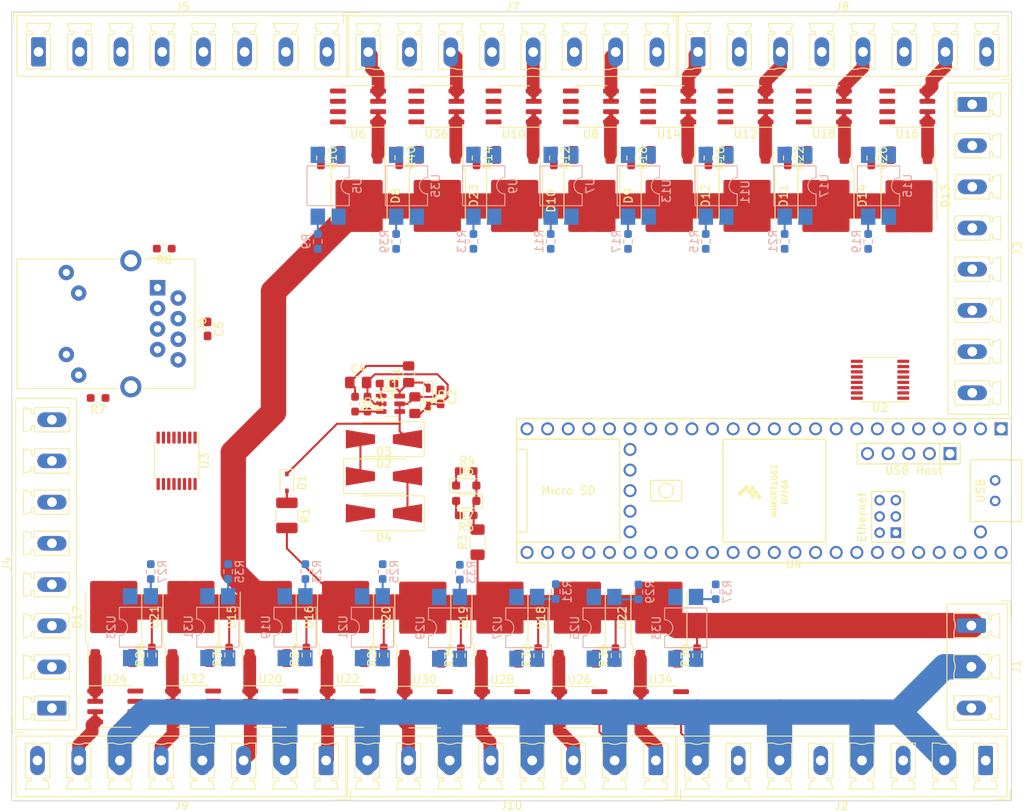
<source format=kicad_pcb>
(kicad_pcb (version 20221018) (generator pcbnew)
  (layers (0 "F.Cu" signal) (31 "B.Cu" signal) (34 "B.Paste" user) (35 "F.Paste" user) (36 "B.SilkS" user "B.Silkscreen") (37 "F.SilkS" user "F.Silkscreen") (38 "B.Mask" user) (39 "F.Mask" user) (44 "Edge.Cuts" user))
  (net 0 "")
  (net 1 "Net-(D1-K)")
  (net 2 "GND")
  (net 3 "Net-(D5-K)")
  (net 4 "Net-(U1-BOOST)")
  (net 5 "+5V")
  (net 6 "A17")
  (net 7 "+3V3")
  (net 8 "Net-(D3-A)")
  (net 9 "Net-(J6-RCT)")
  (net 10 "Net-(D1-A)")
  (net 11 "Net-(D8-A1)")
  (net 12 "LINE")
  (net 13 "DI0")
  (net 14 "Net-(D9-A1)")
  (net 15 "DIO1")
  (net 16 "Net-(D10-A1)")
  (net 17 "DIO2")
  (net 18 "Net-(D11-A1)")
  (net 19 "DIO3")
  (net 20 "Net-(D12-A1)")
  (net 21 "DIO4")
  (net 22 "Net-(D13-A1)")
  (net 23 "DIO5")
  (net 24 "Net-(D14-A1)")
  (net 25 "DIO6")
  (net 26 "Net-(D15-A1)")
  (net 27 "DIO7")
  (net 28 "Net-(D16-A1)")
  (net 29 "DIO8")
  (net 30 "Net-(D18-A1)")
  (net 31 "DIO15")
  (net 32 "Net-(D19-A1)")
  (net 33 "DIO14")
  (net 34 "Net-(D21-A1)")
  (net 35 "DIO10")
  (net 36 "Net-(D22-A1)")
  (net 37 "DIO12")
  (net 38 "Net-(D23-A1)")
  (net 39 "DIO11")
  (net 40 "DIO13")
  (net 41 "DIO9")
  (net 42 "Earth")
  (net 43 "OUT0")
  (net 44 "OUT1")
  (net 45 "OUT2")
  (net 46 "OUT3")
  (net 47 "OUT4")
  (net 48 "OUT5")
  (net 49 "OUT6")
  (net 50 "OUT7")
  (net 51 "OUT8")
  (net 52 "OUT9")
  (net 53 "OUT10")
  (net 54 "OUT11")
  (net 55 "OUT12")
  (net 56 "OUT13")
  (net 57 "OUT14")
  (net 58 "OUT15")
  (net 59 "Net-(J2-Pin_1)")
  (net 60 "Net-(J2-Pin_3)")
  (net 61 "Net-(J2-Pin_5)")
  (net 62 "Net-(J2-Pin_7)")
  (net 63 "Net-(D2-A)")
  (net 64 "Net-(D17-A1)")
  (net 65 "Net-(D17-G)")
  (net 66 "Net-(D20-A1)")
  (net 67 "Net-(D20-G)")
  (net 68 "Net-(J4-Pin_1)")
  (net 69 "Net-(J4-Pin_3)")
  (net 70 "Net-(J4-Pin_5)")
  (net 71 "Net-(J4-Pin_7)")
  (net 72 "Net-(J6-PadL1)")
  (net 73 "Net-(J6-PadL4)")
  (net 74 "Net-(J6-TD+)")
  (net 75 "Net-(J6-TD-)")
  (net 76 "A9")
  (net 77 "A8")
  (net 78 "A7")
  (net 79 "A6")
  (net 80 "A5")
  (net 81 "A4")
  (net 82 "A3")
  (net 83 "A2")
  (net 84 "A1")
  (net 85 "A0")
  (net 86 "SCK")
  (net 87 "CS")
  (net 88 "Net-(J6-RD+)")
  (net 89 "A15")
  (net 90 "A14")
  (net 91 "Net-(J6-RD-)")
  (net 93 "Net-(U1-FB)")
  (net 94 "Net-(U4-33_MCLK2)")
  (net 95 "MISO")
  (net 96 "A10")
  (net 97 "A13")
  (net 98 "A12")
  (net 99 "A11")
  (net 100 "Net-(U4-LED)")
  (net 101 "Net-(U2-Qh)")
  (net 122 "Net-(D8-G)")
  (net 123 "Net-(D9-G)")
  (net 124 "Net-(D10-G)")
  (net 125 "Net-(D11-G)")
  (net 126 "Net-(D12-G)")
  (net 127 "Net-(D13-G)")
  (net 128 "Net-(D14-G)")
  (net 129 "Net-(D15-G)")
  (net 130 "Net-(D16-G)")
  (net 131 "Net-(D18-G)")
  (net 132 "Net-(D19-G)")
  (net 133 "Net-(D21-G)")
  (net 134 "Net-(D22-G)")
  (net 135 "Net-(D23-G)")
  (net 136 "Net-(R9-Pad1)")
  (net 137 "Net-(R10-Pad1)")
  (net 138 "Net-(R11-Pad1)")
  (net 139 "Net-(R12-Pad1)")
  (net 140 "Net-(R13-Pad1)")
  (net 141 "Net-(R14-Pad1)")
  (net 142 "Net-(R15-Pad1)")
  (net 143 "Net-(R16-Pad1)")
  (net 144 "Net-(R17-Pad1)")
  (net 145 "Net-(R18-Pad1)")
  (net 146 "Net-(R19-Pad1)")
  (net 147 "Net-(R20-Pad1)")
  (net 148 "Net-(R21-Pad1)")
  (net 149 "Net-(R22-Pad1)")
  (net 150 "Net-(R23-Pad1)")
  (net 151 "Net-(R24-Pad1)")
  (net 152 "Net-(R25-Pad1)")
  (net 153 "Net-(R26-Pad1)")
  (net 154 "Net-(R27-Pad1)")
  (net 155 "Net-(R28-Pad1)")
  (net 156 "Net-(R29-Pad1)")
  (net 157 "Net-(R30-Pad1)")
  (net 158 "Net-(R31-Pad1)")
  (net 159 "Net-(R32-Pad1)")
  (net 160 "Net-(R33-Pad1)")
  (net 161 "Net-(R34-Pad1)")
  (net 162 "Net-(R35-Pad1)")
  (net 163 "Net-(R36-Pad1)")
  (net 164 "Net-(R37-Pad1)")
  (net 165 "Net-(R38-Pad1)")
  (net 166 "Net-(R39-Pad1)")
  (net 167 "Net-(R40-Pad1)")
  (net 182 "Net-(J3-Pin_1)")
  (net 183 "Net-(J3-Pin_3)")
  (net 184 "Net-(J3-Pin_5)")
  (net 185 "Net-(J3-Pin_7)")
  (net 186 "Net-(J5-Pin_1)")
  (net 187 "Net-(J5-Pin_3)")
  (net 188 "Net-(J5-Pin_5)")
  (net 189 "Net-(J5-Pin_7)")
  (footprint "Package_TO_SOT_SMD:TO-252-2" (layer "F.Cu") (at 128.765 123.6835 90)
    (fp_text reference "D16")
    (fp_text value "Q_TRIAC_A1A2G")
  )
  (footprint "Diode_SMD:D_SMA-SMB_Universal_Handsoldering" (layer "F.Cu") (at 133.498 110.871 180)
    (fp_text reference "D4")
    (fp_text value "13V")
  )
  (footprint "Package_TO_SOT_SMD:TO-252-2" (layer "F.Cu") (at 178.24 71.705 -90)
    (fp_text reference "D11")
    (fp_text value "Q_TRIAC_A1A2G")
  )
  (footprint "Resistor_SMD:R_0603_1608Metric_Pad0.98x0.95mm_HandSolder" (layer "F.Cu") (at 154.432 67.056 -90)
    (fp_text reference "R12")
    (fp_text value "180")
  )
  (footprint "Connector_Phoenix_MC_HighVoltage:PhoenixContact_MCV_1,5_8-G-5.08_1x08_P5.08mm_Vertical" (layer "F.Cu") (at 167.005 141.351 180)
    (fp_text reference "J10")
    (fp_text value "Conn_01x08")
  )
  (footprint "Resistor_SMD:R_0603_1608Metric_Pad0.98x0.95mm_HandSolder" (layer "F.Cu") (at 144.907 67.056 -90)
    (fp_text reference "R14")
    (fp_text value "180")
  )
  (footprint "Connector_Phoenix_MC_HighVoltage:PhoenixContact_MCV_1,5_8-G-5.08_1x08_P5.08mm_Vertical" (layer "F.Cu") (at 207.645 141.351 180)
    (fp_text reference "J2")
    (fp_text value "Conn_02x04_Odd_Even")
  )
  (footprint "Package_TO_SOT_SMD:TO-252-2" (layer "F.Cu") (at 198.207 71.749 -90)
    (fp_text reference "D13")
    (fp_text value "Q_TRIAC_A1A2G")
  )
  (footprint "Package_TO_SOT_SMD:TO-252-2" (layer "F.Cu") (at 138.283 123.7575 90)
    (fp_text reference "D20")
    (fp_text value "Q_TRIAC_A1A2G")
  )
  (footprint "Package_TO_SOT_SMD:TO-252-2" (layer "F.Cu") (at 159.125 71.715 -90)
    (fp_text reference "D9")
    (fp_text value "Q_TRIAC_A1A2G")
  )
  (footprint "Package_SO:SOIC-8_3.9x4.9mm_P1.27mm" (layer "F.Cu") (at 168.529 60.706 180)
    (fp_text reference "U14")
    (fp_text value "ACS711xLCTR-25AB")
  )
  (footprint "Resistor_SMD:R_0603_1608Metric_Pad0.98x0.95mm_HandSolder" (layer "F.Cu") (at 98.2745 96.647 180)
    (fp_text reference "R7")
    (fp_text value "470")
  )
  (footprint "Resistor_SMD:R_0603_1608Metric_Pad0.98x0.95mm_HandSolder" (layer "F.Cu") (at 123.945 128.3425 90)
    (fp_text reference "R24")
    (fp_text value "180")
  )
  (footprint "Package_SO:SOIC-8_3.9x4.9mm_P1.27mm" (layer "F.Cu") (at 139.954 60.706 180)
    (fp_text reference "U36")
    (fp_text value "ACS711xLCTR-25AB")
  )
  (footprint "Package_TO_SOT_SMD:TO-252-2" (layer "F.Cu") (at 119.24 123.6835 90)
    (fp_text reference "D15")
    (fp_text value "Q_TRIAC_A1A2G")
  )
  (footprint "Package_TO_SOT_SMD:TO-252-2" (layer "F.Cu") (at 157.333 123.7575 90)
    (fp_text reference "D18")
    (fp_text value "Q_TRIAC_A1A2G")
  )
  (footprint "Connector_Phoenix_MC_HighVoltage:PhoenixContact_MCV_1,5_3-G-5.08_1x03_P5.08mm_Vertical" (layer "F.Cu") (at 205.8845 124.714 -90)
    (fp_text reference "J1")
    (fp_text value "Conn_01x03")
  )
  (footprint "Package_SO:SOIC-8_3.9x4.9mm_P1.27mm" (layer "F.Cu") (at 119.5 134.6925)
    (fp_text reference "U20")
    (fp_text value "ACS711xLCTR-25AB")
  )
  (footprint "Package_SO:TSSOP-16_4.4x5mm_P0.65mm" (layer "F.Cu") (at 194.6325 94.402 180)
    (fp_text reference "U2")
    (fp_text value "74LV166A")
  )
  (footprint "Package_TO_SOT_SMD:TO-252-2" (layer "F.Cu") (at 187.966 71.715 -90)
    (fp_text reference "D14")
    (fp_text value "Q_TRIAC_A1A2G")
  )
  (footprint "Package_SO:SOIC-8_3.9x4.9mm_P1.27mm" (layer "F.Cu") (at 159.004 60.706 180)
    (fp_text reference "U8")
    (fp_text value "ACS711xLCTR-25AB")
  )
  (footprint "Connector_RJ:RJ45_Amphenol_RJMG1BD3B8K1ANR" (layer "F.Cu") (at 105.601 83.058 -90)
    (fp_text reference "J6")
    (fp_text value "RJ45_Amphenol_RJMG1BD3B8K1ANR")
  )
  (footprint "Resistor_SMD:R_0603_1608Metric_Pad0.98x0.95mm_HandSolder" (layer "F.Cu") (at 143.637 111.125 180)
    (fp_text reference "R5")
    (fp_text value "2k")
  )
  (footprint "Resistor_SMD:R_0603_1608Metric_Pad0.98x0.95mm_HandSolder" (layer "F.Cu") (at 143.637 105.664)
    (fp_text reference "R4")
    (fp_text value "2k")
  )
  (footprint "Package_SO:SOIC-8_3.9x4.9mm_P1.27mm" (layer "F.Cu") (at 138.531 134.7665)
    (fp_text reference "U30")
    (fp_text value "ACS711xLCTR-25AB")
  )
  (footprint "Connector_Phoenix_MC_HighVoltage:PhoenixContact_MCV_1,5_8-G-5.08_1x08_P5.08mm_Vertical" (layer "F.Cu") (at 205.994 60.452 -90)
    (fp_text reference "J3")
    (fp_text value "Conn_02x04_Odd_Even")
  )
  (footprint "Resistor_SMD:R_0603_1608Metric_Pad0.98x0.95mm_HandSolder" (layer "F.Cu") (at 135.382 67.0315 -90)
    (fp_text reference "R40")
    (fp_text value "180")
  )
  (footprint "Package_SO:SOIC-8_3.9x4.9mm_P1.27mm" (layer "F.Cu") (at 130.302 60.706 180)
    (fp_text reference "U6")
    (fp_text value "ACS711xLCTR-25AB")
  )
  (footprint "Resistor_SMD:R_0603_1608Metric_Pad0.98x0.95mm_HandSolder" (layer "F.Cu") (at 172.085 128.4165 90)
    (fp_text reference "R38")
    (fp_text value "180")
  )
  (footprint "Resistor_SMD:R_0603_1608Metric_Pad0.98x0.95mm_HandSolder" (layer "F.Cu") (at 131.466 97.409 -90)
    (fp_text reference "R2")
    (fp_text value "1k02")
  )
  (footprint "Capacitor_SMD:C_0603_1608Metric_Pad1.08x0.95mm_HandSolder" (layer "F.Cu") (at 111.76 88.138 -90)
    (fp_text reference "C5")
    (fp_text value "0u1")
  )
  (footprint "Diode_SMD:D_SC-80_HandSoldering" (layer "F.Cu") (at 138.959 96.52 -90)
    (fp_text reference "D5")
    (fp_text value "D_Schottky")
  )
  (footprint "Package_TO_SOT_SMD:TO-252-2" (layer "F.Cu") (at 109.715 123.6835 90)
    (fp_text reference "D21")
    (fp_text value "Q_TRIAC_A1A2G")
  )
  (footprint "Package_SO:SOIC-8_3.9x4.9mm_P1.27mm" (layer "F.Cu") (at 197.993 60.706 180)
    (fp_text reference "U16")
    (fp_text value "ACS711xLCTR-25AB")
  )
  (footprint "Package_SO:SOIC-8_3.9x4.9mm_P1.27mm" (layer "F.Cu") (at 129.025 134.6925)
    (fp_text reference "U22")
    (fp_text value "ACS711xLCTR-25AB")
  )
  (footprint "Capacitor_SMD:C_0805_2012Metric_Pad1.18x1.45mm_HandSolder" (layer "F.Cu") (at 130.323 94.742)
    (fp_text reference "C4")
    (fp_text value "47u6V")
  )
  (footprint "Resistor_SMD:R_0603_1608Metric_Pad0.98x0.95mm_HandSolder" (layer "F.Cu") (at 183.261 67.056 -90)
    (fp_text reference "R22")
    (fp_text value "180")
  )
  (footprint "Diode_SMD:D_SOD-323" (layer "F.Cu") (at 121.539 107.061 -90)
    (fp_text reference "D1")
    (fp_text value "RF01VM2S")
  )
  (footprint "Resistor_SMD:R_0603_1608Metric_Pad0.98x0.95mm_HandSolder" (layer "F.Cu") (at 162.026 128.4165 90)
    (fp_text reference "R30")
    (fp_text value "180")
  )
  (footprint "Package_TO_SOT_SMD:TO-252-2" (layer "F.Cu") (at 167.38 123.7575 90)
    (fp_text reference "D22")
    (fp_text value "Q_TRIAC_A1A2G")
  )
  (footprint "Connector_Phoenix_MC_HighVoltage:PhoenixContact_MCV_1,5_8-G-5.08_1x08_P5.08mm_Vertical" (layer "F.Cu") (at 172.212 53.975)
    (fp_text reference "J8")
    (fp_text value "Conn_01x08")
  )
  (footprint "Resistor_SMD:R_1206_3216Metric_Pad1.30x1.75mm_HandSolder" (layer "F.Cu") (at 145.034 114.427 90)
    (fp_text reference "R3")
    (fp_text value "120k")
  )
  (footprint "Resistor_SMD:R_0603_1608Metric_Pad0.98x0.95mm_HandSolder" (layer "F.Cu") (at 106.426 78.232 180)
    (fp_text reference "R8")
    (fp_text value "470")
  )
  (footprint "Diode_SMD:D_SOD-323_HandSoldering" (layer "F.Cu") (at 143.637 109.347 180)
    (fp_text reference "D7")
    (fp_text value "3V3")
  )
  (footprint "Package_TO_SOT_SMD:TO-252-2" (layer "F.Cu") (at 149.6 71.715 -90)
    (fp_text reference "D10")
    (fp_text value "Q_TRIAC_A1A2G")
  )
  (footprint "Diode_SMD:D_SOD-323_HandSoldering" (layer "F.Cu") (at 143.637 107.442)
    (fp_text reference "D6")
    (fp_text value "3V3")
  )
  (footprint "Package_SO:SOIC-8_3.9x4.9mm_P1.27mm" (layer "F.Cu") (at 149.479 60.706 180)
    (fp_text reference "U10")
    (fp_text value "ACS711xLCTR-25AB")
  )
  (footprint "Connector_Phoenix_MC_HighVoltage:PhoenixContact_MCV_1,5_8-G-5.08_1x08_P5.08mm_Vertical" (layer "F.Cu") (at 92.583 134.8935 90)
    (fp_text reference "J4")
    (fp_text value "Conn_02x04_Odd_Even")
  )
  (footprint "Resistor_SMD:R_0603_1608Metric_Pad0.98x0.95mm_HandSolder" (layer "F.Cu") (at 104.895 128.3425 90)
    (fp_text reference "R28")
    (fp_text value "180")
  )
  (footprint "Resistor_SMD:R_0603_1608Metric_Pad0.98x0.95mm_HandSolder" (layer "F.Cu") (at 114.42 128.3425 90)
    (fp_text reference "R36")
    (fp_text value "180")
  )
  (footprint "Package_TO_SOT_SMD:TO-252-2" (layer "F.Cu") (at 140.075 71.705 -90)
    (fp_text reference "D23")
    (fp_text value "Q_TRIAC_A1A2G")
  )
  (footprint "Resistor_SMD:R_0603_1608Metric_Pad0.98x0.95mm_HandSolder" (layer "F.Cu") (at 152.501 128.4165 90)
    (fp_text reference "R32")
    (fp_text value "180")
  )
  (footprint "Connector_Phoenix_MC_HighVoltage:PhoenixContact_MCV_1,5_8-G-5.08_1x08_P5.08mm_Vertical" (layer "F.Cu") (at 90.932 53.975)
    (fp_text reference "J5")
    (fp_text value "Conn_02x04_Odd_Even")
  )
  (footprint "Package_TO_SOT_SMD:TO-252-2" (layer "F.Cu") (at 130.435 71.715 -90)
    (fp_text reference "D8")
    (fp_text value "Q_TRIAC_A1A2G")
  )
  (footprint "Package_SO:SOIC-8_3.9x4.9mm_P1.27mm" (layer "F.Cu") (at 187.706 60.706 180)
    (fp_text reference "U18")
    (fp_text value "ACS711xLCTR-25AB")
  )
  (footprint "Resistor_SMD:R_1210_3225Metric_Pad1.30x2.65mm_HandSolder" (layer "F.Cu") (at 121.539 111.125 -90)
    (fp_text reference "R1")
    (fp_text value "560_0.5W")
  )
  (footprint "Inductor_SMD:L_0805_2012Metric_Pad1.15x1.40mm_HandSolder" (layer "F.Cu") (at 137.308 97.536 -90)
    (fp_text reference "C1")
    (fp_text value "10u50V")
  )
  (footprint "Package_SO:SOIC-8_3.9x4.9mm_P1.27mm" (layer "F.Cu") (at 167.64 134.7665)
    (fp_text reference "U34")
    (fp_text value "ACS711xLCTR-25AB")
  )
  (footprint "Package_TO_SOT_SMD:TO-252-2" (layer "F.Cu") (at 147.796 123.7575 90)
    (fp_text reference "D19")
    (fp_text value "Q_TRIAC_A1A2G")
  )
  (footprint "Resistor_SMD:R_0603_1608Metric_Pad0.98x0.95mm_HandSolder" (layer "F.Cu") (at 133.47 128.3425 90)
    (fp_text reference "R26")
    (fp_text value "180")
  )
  (footprint "Inductor_SMD:L_0805_2012Metric_Pad1.15x1.40mm_HandSolder" (layer "F.Cu") (at 136.546 93.726 90)
    (fp_text reference "L1")
    (fp_text value "15u0.2A")
  )
  (footprint "Package_SO:SOIC-8_3.9x4.9mm_P1.27mm" (layer "F.Cu") (at 109.975 134.6925)
    (fp_text reference "U32")
    (fp_text value "ACS711xLCTR-25AB")
  )
  (footprint "Package_SO:SOIC-8_3.9x4.9mm_P1.27mm" (layer "F.Cu") (at 148.056 134.7665)
    (fp_text reference "U28")
    (fp_text value "ACS711xLCTR-25AB")
  )
  (footprint "Capacitor_SMD:C_0603_1608Metric_Pad1.08x0.95mm_HandSolder" (layer "F.Cu") (at 133.879 94.869 180)
    (fp_text reference "C3")
    (fp_text value "0u15")
  )
  (footprint "Diode_SMD:D_SMA-SMB_Universal_Handsoldering" (layer "F.Cu") (at 133.498 106.299)
    (fp_text reference "D3")
    (fp_text value "13V")
  )
  (footprint "Diode_SMD:D_SMA-SMB_Universal_Handsoldering" (layer "F.Cu") (at 133.498 101.727 180)
    (fp_text reference "D2")
    (fp_text value "13V")
  )
  (footprint "Package_SO:TSSOP-16_4.4x5mm_P0.65mm" (layer "F.Cu") (at 107.95 104.394 -90)
    (fp_text reference "U3")
    (fp_text value "74LV166A")
  )
  (footprint "Package_TO_SOT_SMD:TO-252-2" (layer "F.Cu") (at 168.65 71.715 -90)
    (fp_text reference "D12")
    (fp_text value "Q_TRIAC_A1A2G")
  )
  (footprint "teensy:Teensy41" (layer "F.Cu") (at 180.34 108.077 180)
    (fp_text reference "U4")
    (fp_text value "Teensy4.1")
  )
  (footprint "Connector_Phoenix_MC_HighVoltage:PhoenixContact_MCV_1,5_8-G-5.08_1x08_P5.08mm_Vertical" (layer "F.Cu") (at 126.365 141.351 180)
    (fp_text reference "J9")
    (fp_text value "Conn_01x08")
  )
  (footprint "Resistor_SMD:R_0603_1608Metric_Pad0.98x0.95mm_HandSolder" (layer "F.Cu") (at 163.957 67.056 -90)
    (fp_text reference "R18")
    (fp_text value "180")
  )
  (footprint "Package_TO_SOT_SMD:TSOT-23-6" (layer "F.Cu") (at 134.297 97.368)
    (fp_text reference "U1")
    (fp_text value "LM2841Y")
  )
  (footprint "Connector_Phoenix_MC_HighVoltage:PhoenixContact_MCV_1,5_8-G-5.08_1x08_P5.08mm_Vertical" (layer "F.Cu") (at 131.572 53.9945)
    (fp_text reference "J7")
    (fp_text value "Conn_01x08")
  )
  (footprint "Resistor_SMD:R_0603_1608Metric_Pad0.98x0.95mm_HandSolder" (layer "F.Cu") (at 129.942 97.409 -90)
    (fp_text reference "R6")
    (fp_text value "5k62")
  )
  (footprint "Package_TO_SOT_SMD:TO-252-2" (layer "F.Cu") (at 100.202 123.6835 90)
    (fp_text reference "D17")
    (fp_text value "Q_TRIAC_A1A2G")
  )
  (footprint "Resistor_SMD:R_0603_1608Metric_Pad0.98x0.95mm_HandSolder" (layer "F.Cu") (at 142.976 128.4165 90)
    (fp_text reference "R34")
    (fp_text value "180")
  )
  (footprint "Package_SO:SOIC-8_3.9x4.9mm_P1.27mm" (layer "F.Cu") (at 157.581 134.7665)
    (fp_text reference "U26")
    (fp_text value "ACS711xLCTR-25AB")
  )
  (footprint "Resistor_SMD:R_0603_1608Metric_Pad0.98x0.95mm_HandSolder" (layer "F.Cu") (at 173.482 67.055 -90)
    (fp_text reference "R16")
    (fp_text value "180")
  )
  (footprint "Resistor_SMD:R_0603_1608Metric_Pad0.98x0.95mm_HandSolder" (layer "F.Cu") (at 193.548 67.056 -90)
    (fp_text reference "R20")
    (fp_text value "180")
  )
  (footprint "Capacitor_SMD:C_0603_1608Metric_Pad1.08x0.95mm_HandSolder" (layer "F.Cu") (at 140.483 96.52 -90)
    (fp_text reference "C2")
    (fp_text value "2u2")
  )
  (footprint "Package_SO:SOIC-8_3.9x4.9mm_P1.27mm" (layer "F.Cu") (at 100.388 134.6925)
    (fp_text reference "U24")
    (fp_text value "ACS711xLCTR-25AB")
  )
  (footprint "Resistor_SMD:R_0603_1608Metric_Pad0.98x0.95mm_HandSolder" (layer "F.Cu") (at 125.73 67.056 -90)
    (fp_text reference "R10")
    (fp_text value "180")
  )
  (footprint "Package_SO:SOIC-8_3.9x4.9mm_P1.27mm" (layer "F.Cu") (at 178.054 60.706 180)
    (fp_text reference "U12")
    (fp_text value "ACS711xLCTR-25AB")
  )
  (footprint "Resistor_SMD:R_0603_1608Metric_Pad0.98x0.95mm_HandSolder" (layer "B.Cu") (at 123.818 118.0555 90)
    (fp_text reference "R23")
    (fp_text value "180")
  )
  (footprint "Package_DIP:SMDIP-4_W7.62mm" (layer "B.Cu") (at 145.796 70.485 90)
    (fp_text reference "U9")
    (fp_text value "FODM3052")
  )
  (footprint "Package_DIP:SMDIP-4_W7.62mm" (layer "B.Cu") (at 170.688 124.9875 -90)
    (fp_text reference "U33")
    (fp_text value "FODM3052")
  )
  (footprint "Package_DIP:SMDIP-4_W7.62mm" (layer "B.Cu") (at 103.498 124.9135 -90)
    (fp_text reference "U23")
    (fp_text value "FODM3052")
  )
  (footprint "Package_DIP:SMDIP-4_W7.62mm" (layer "B.Cu") (at 113.023 124.9135 -90)
    (fp_text reference "U31")
    (fp_text value "FODM3052")
  )
  (footprint "Resistor_SMD:R_0603_1608Metric_Pad0.98x0.95mm_HandSolder" (layer "B.Cu") (at 125.349 77.343 -90)
    (fp_text reference "R9")
    (fp_text value "180")
  )
  (footprint "Package_DIP:SMDIP-4_W7.62mm" (layer "B.Cu") (at 151.104 124.9875 -90)
    (fp_text reference "U27")
    (fp_text value "FODM3052")
  )
  (footprint "Resistor_SMD:R_0603_1608Metric_Pad0.98x0.95mm_HandSolder" (layer "B.Cu") (at 135.001 77.342 -90)
    (fp_text reference "R39")
    (fp_text value "180")
  )
  (footprint "Resistor_SMD:R_0603_1608Metric_Pad0.98x0.95mm_HandSolder" (layer "B.Cu") (at 104.768 118.0555 90)
    (fp_text reference "R27")
    (fp_text value "180")
  )
  (footprint "Package_DIP:SMDIP-4_W7.62mm" (layer "B.Cu") (at 160.629 124.9875 -90)
    (fp_text reference "U25")
    (fp_text value "FODM3052")
  )
  (footprint "Resistor_SMD:R_0603_1608Metric_Pad0.98x0.95mm_HandSolder" (layer "B.Cu") (at 114.293 118.0555 90)
    (fp_text reference "R35")
    (fp_text value "180")
  )
  (footprint "Resistor_SMD:R_0603_1608Metric_Pad0.98x0.95mm_HandSolder" (layer "B.Cu") (at 173.16 77.342 -90)
    (fp_text reference "R15")
    (fp_text value "180")
  )
  (footprint "Package_DIP:SMDIP-4_W7.62mm" (layer "B.Cu") (at 174.43 70.484 90)
    (fp_text reference "U11")
    (fp_text value "FODM3052")
  )
  (footprint "Resistor_SMD:R_0603_1608Metric_Pad0.98x0.95mm_HandSolder" (layer "B.Cu") (at 142.849 118.1295 90)
    (fp_text reference "R33")
    (fp_text value "180")
  )
  (footprint "Package_DIP:SMDIP-4_W7.62mm" (layer "B.Cu") (at 122.548 124.9135 -90)
    (fp_text reference "U19")
    (fp_text value "FODM3052")
  )
  (footprint "Resistor_SMD:R_0603_1608Metric_Pad0.98x0.95mm_HandSolder" (layer "B.Cu") (at 182.88 77.343 -90)
    (fp_text reference "R21")
    (fp_text value "180")
  )
  (footprint "Resistor_SMD:R_0603_1608Metric_Pad0.98x0.95mm_HandSolder" (layer "B.Cu") (at 154.051 77.343 -90)
    (fp_text reference "R11")
    (fp_text value "180")
  )
  (footprint "Package_DIP:SMDIP-4_W7.62mm" (layer "B.Cu") (at 141.579 124.9875 -90)
    (fp_text reference "U29")
    (fp_text value "FODM3052")
  )
  (footprint "Resistor_SMD:R_0603_1608Metric_Pad0.98x0.95mm_HandSolder" (layer "B.Cu") (at 164.858 120.566 90)
    (fp_text reference "R29")
    (fp_text value "180")
  )
  (footprint "Resistor_SMD:R_0603_1608Metric_Pad0.98x0.95mm_HandSolder" (layer "B.Cu") (at 193.167 77.343 -90)
    (fp_text reference "R19")
    (fp_text value "180")
  )
  (footprint "Resistor_SMD:R_0603_1608Metric_Pad0.98x0.95mm_HandSolder" (layer "B.Cu") (at 133.343 118.0555 90)
    (fp_text reference "R25")
    (fp_text value "180")
  )
  (footprint "Resistor_SMD:R_0603_1608Metric_Pad0.98x0.95mm_HandSolder" (layer "B.Cu") (at 144.526 77.343 -90)
    (fp_text reference "R13")
    (fp_text value "180")
  )
  (footprint "Package_DIP:SMDIP-4_W7.62mm" (layer "B.Cu") (at 194.437 70.485 90)
    (fp_text reference "U15")
    (fp_text value "FODM3052")
  )
  (footprint "Package_DIP:SMDIP-4_W7.62mm" (layer "B.Cu") (at 136.271 70.485 90)
    (fp_text reference "U35")
    (fp_text value "FODM3052")
  )
  (footprint "Package_DIP:SMDIP-4_W7.62mm" (layer "B.Cu") (at 155.321 70.485 90)
    (fp_text reference "U7")
    (fp_text value "FODM3052")
  )
  (footprint "Resistor_SMD:R_0603_1608Metric_Pad0.98x0.95mm_HandSolder" (layer "B.Cu") (at 174.383 120.5425 90)
    (fp_text reference "R37")
    (fp_text value "180")
  )
  (footprint "Package_DIP:SMDIP-4_W7.62mm" (layer "B.Cu") (at 164.846 70.485 90)
    (fp_text reference "U13")
    (fp_text value "FODM3052")
  )
  (footprint "Resistor_SMD:R_0603_1608Metric_Pad0.98x0.95mm_HandSolder" (layer "B.Cu") (at 154.672 120.519 90)
    (fp_text reference "R31")
    (fp_text value "180")
  )
  (footprint "Package_DIP:SMDIP-4_W7.62mm" (layer "B.Cu") (at 126.619 70.485 90)
    (fp_text reference "U5")
    (fp_text value "FODM3052")
  )
  (footprint "Package_DIP:SMDIP-4_W7.62mm" (layer "B.Cu") (at 132.073 124.9135 -90)
    (fp_text reference "U21")
    (fp_text value "FODM3052")
  )
  (footprint "Resistor_SMD:R_0603_1608Metric_Pad0.98x0.95mm_HandSolder" (layer "B.Cu") (at 163.576 77.343 -90)
    (fp_text reference "R17")
    (fp_text value "180")
  )
  (footprint "Package_DIP:SMDIP-4_W7.62mm" (layer "B.Cu") (at 184.15 70.485 90)
    (fp_text reference "U17")
    (fp_text value "FODM3052")
  )
  (gr_rect (start 87.63 49.0415) (end 210.82 146.3235) (stroke (width 0.1)) (fill none) (layer "Edge.Cuts"))
  (segment (start 137.308 96.511) (end 139.6295 96.511) (width 0.254) (layer "F.Cu") (net 1))
  (segment (start 135.4345 100.7635) (end 136.398 101.727) (width 0.254) (layer "F.Cu") (net 1))
  (segment (start 135.4345 97.368) (end 136.451 97.368) (width 0.254) (layer "F.Cu") (net 1))
  (segment (start 127.728 99.822) (end 135.4345 99.822) (width 0.254) (layer "F.Cu") (net 1))
  (segment (start 136.451 97.368) (end 137.308 96.511) (width 0.254) (layer "F.Cu") (net 1))
  (segment (start 135.4345 99.822) (end 135.4345 100.7635) (width 0.254) (layer "F.Cu") (net 1))
  (segment (start 121.539 106.011) (end 127.728 99.822) (width 0.254) (layer "F.Cu") (net 1))
  (segment (start 139.6295 96.511) (end 140.483 95.6575) (width 0.254) (layer "F.Cu") (net 1))
  (segment (start 135.4345 98.318) (end 135.4345 99.822) (width 0.254) (layer "F.Cu") (net 1))
  (segment (start 135.4345 97.368) (end 135.4345 98.318) (width 0.254) (layer "F.Cu") (net 1))
  (segment (start 140.081 93.726) (end 141.351 94.996) (width 0.254) (layer "F.Cu") (net 2))
  (segment (start 141.351 94.996) (end 141.351 96.5145) (width 0.254) (layer "F.Cu") (net 2))
  (segment (start 150.531 140.117) (end 150.531 136.6715) (width 0.254) (layer "F.Cu") (net 2))
  (segment (start 132.3375 97.368) (end 131.466 96.4965) (width 0.254) (layer "F.Cu") (net 2))
  (segment (start 131.445 141.351) (end 131.445 136.6525) (width 0.254) (layer "F.Cu") (net 2))
  (segment (start 131.445 136.6525) (end 131.5 136.5975) (width 0.254) (layer "F.Cu") (net 2))
  (segment (start 141.605 137.2705) (end 141.006 136.6715) (width 0.254) (layer "F.Cu") (net 2))
  (segment (start 100.965 138.4955) (end 102.863 136.5975) (width 0.254) (layer "F.Cu") (net 2))
  (segment (start 137.308 98.561) (end 138.018 98.561) (width 0.254) (layer "F.Cu") (net 2))
  (segment (start 160.056 136.6715) (end 160.056 137.831) (width 0.254) (layer "F.Cu") (net 2))
  (segment (start 161.925 139.7) (end 161.925 141.351) (width 0.254) (layer "F.Cu") (net 2))
  (segment (start 111.125 141.351) (end 111.125 137.9225) (width 0.254) (layer "F.Cu") (net 2))
  (segment (start 142.387 110.7875) (end 142.7245 111.125) (width 0.254) (layer "F.Cu") (net 2))
  (segment (start 140.483 97.3825) (end 139.1965 97.3825) (width 0.254) (layer "F.Cu") (net 2))
  (segment (start 160.056 137.831) (end 161.925 139.7) (width 0.254) (layer "F.Cu") (net 2))
  (segment (start 121.285 141.351) (end 121.975 140.661) (width 0.254) (layer "F.Cu") (net 2))
  (segment (start 121.975 140.661) (end 121.975 136.5975) (width 0.254) (layer "F.Cu") (net 2))
  (segment (start 132.3765 93.726) (end 140.081 93.726) (width 0.254) (layer "F.Cu") (net 2))
  (segment (start 133.1595 97.368) (end 132.3375 97.368) (width 0.254) (layer "F.Cu") (net 2))
  (segment (start 151.765 141.351) (end 150.531 140.117) (width 0.254) (layer "F.Cu") (net 2))
  (segment (start 170.115 137.984) (end 172.085 139.954) (width 0.254) (layer "F.Cu") (net 2))
  (segment (start 141.351 96.5145) (end 140.483 97.3825) (width 0.254) (layer "F.Cu") (net 2))
  (segment (start 172.085 139.954) (end 172.085 141.351) (width 0.254) (layer "F.Cu") (net 2))
  (segment (start 131.466 94.8475) (end 131.3605 94.742) (width 0.254) (layer "F.Cu") (net 2))
  (segment (start 138.018 98.561) (end 138.959 97.62) (width 0.254) (layer "F.Cu") (net 2))
  (segment (start 170.115 136.6715) (end 170.115 137.984) (width 0.254) (layer "F.Cu") (net 2))
  (segment (start 100.965 141.351) (end 100.965 138.4955) (width 0.254) (layer "F.Cu") (net 2))
  (segment (start 141.605 141.351) (end 141.605 137.2705) (width 0.254) (layer "F.Cu") (net 2))
  (segment (start 142.387 109.347) (end 142.387 110.7875) (width 0.254) (layer "F.Cu") (net 2))
  (segment (start 131.466 96.4965) (end 131.466 94.8475) (width 0.254) (layer "F.Cu") (net 2))
  (segment (start 111.125 137.9225) (end 112.45 136.5975) (width 0.254) (layer "F.Cu") (net 2))
  (segment (start 139.1965 97.3825) (end 138.959 97.62) (width 0.254) (layer "F.Cu") (net 2))
  (segment (start 131.3605 94.742) (end 132.3765 93.726) (width 0.254) (layer "F.Cu") (net 2))
  (segment (start 100.965 138.456962) (end 100.965 141.351) (width 3.1242) (layer "B.Cu") (net 2))
  (segment (start 111.125 135.382) (end 104.039962 135.382) (width 3.1242) (layer "B.Cu") (net 2))
  (segment (start 131.445 135.382) (end 121.285 135.382) (width 3.1242) (layer "B.Cu") (net 2))
  (segment (start 141.605 135.382) (end 141.605 141.351) (width 3.1242) (layer "B.Cu") (net 2))
  (segment (start 202.565 141.351) (end 202.565 140.97) (width 3.1242) (layer "B.Cu") (net 2))
  (segment (start 182.245 135.382) (end 172.085 135.382) (width 3.1242) (layer "B.Cu") (net 2))
  (segment (start 182.245 135.382) (end 182.245 141.351) (width 3.1242) (layer "B.Cu") (net 2))
  (segment (start 151.765 135.382) (end 141.605 135.382) (width 3.1242) (layer "B.Cu") (net 2))
  (segment (start 141.605 135.382) (end 131.445 135.382) (width 3.1242) (layer "B.Cu") (net 2))
  (segment (start 202.565 140.97) (end 196.977 135.382) (width 3.1242) (layer "B.Cu") (net 2))
  (segment (start 192.405 141.351) (end 192.405 135.382) (width 3.1242) (layer "B.Cu") (net 2))
  (segment (start 202.565 129.794) (end 196.977 135.382) (width 3.1242) (layer "B.Cu") (net 2))
  (segment (start 192.405 135.382) (end 182.245 135.382) (width 3.1242) (layer "B.Cu") (net 2))
  (segment (start 172.085 135.382) (end 161.925 135.382) (width 3.1242) (layer "B.Cu") (net 2))
  (segment (start 111.125 141.351) (end 111.125 135.382) (width 3.1242) (layer "B.Cu") (net 2))
  (segment (start 172.085 135.382) (end 172.085 141.351) (width 3.1242) (layer "B.Cu") (net 2))
  (segment (start 205.8845 129.794) (end 202.565 129.794) (width 3.1242) (layer "B.Cu") (net 2))
  (segment (start 121.285 135.382) (end 111.125 135.382) (width 3.1242) (layer "B.Cu") (net 2))
  (segment (start 196.977 135.382) (end 192.405 135.382) (width 3.1242) (layer "B.Cu") (net 2))
  (segment (start 131.445 135.382) (end 131.445 141.351) (width 3.1242) (layer "B.Cu") (net 2))
  (segment (start 161.925 135.382) (end 151.765 135.382) (width 3.1242) (layer "B.Cu") (net 2))
  (segment (start 121.285 135.382) (end 121.285 141.351) (width 3.1242) (layer "B.Cu") (net 2))
  (segment (start 161.925 135.382) (end 161.925 141.351) (width 3.1242) (layer "B.Cu") (net 2))
  (segment (start 104.039962 135.382) (end 100.965 138.456962) (width 3.1242) (layer "B.Cu") (net 2))
  (segment (start 151.765 135.382) (end 151.765 141.351) (width 3.1242) (layer "B.Cu") (net 2))
  (segment (start 135.4345 96.418) (end 135.4345 95.8625) (width 0.254) (layer "F.Cu") (net 3))
  (segment (start 136.546 94.751) (end 138.29 94.751) (width 0.254) (layer "F.Cu") (net 3))
  (segment (start 134.7415 94.869) (end 134.7415 95.1695) (width 0.254) (layer "F.Cu") (net 3))
  (segment (start 135.4345 95.8625) (end 136.546 94.751) (width 0.254) (layer "F.Cu") (net 3))
  (segment (start 138.29 94.751) (end 138.959 95.42) (width 0.254) (layer "F.Cu") (net 3))
  (segment (start 134.7415 95.1695) (end 135.4345 95.8625) (width 0.254) (layer "F.Cu") (net 3))
  (segment (start 133.1595 95.012) (end 133.0165 94.869) (width 0.254) (layer "F.Cu") (net 4))
  (segment (start 133.1595 96.418) (end 133.1595 95.012) (width 0.254) (layer "F.Cu") (net 4))
  (segment (start 129.942 95.3985) (end 129.2855 94.742) (width 0.254) (layer "F.Cu") (net 5))
  (segment (start 131.3265 92.701) (end 136.546 92.701) (width 0.254) (layer "F.Cu") (net 5))
  (segment (start 129.942 96.4965) (end 129.942 95.3985) (width 0.254) (layer "F.Cu") (net 5))
  (segment (start 129.2855 94.742) (end 131.3265 92.701) (width 0.254) (layer "F.Cu") (net 5))
  (segment (start 144.5495 112.3925) (end 145.034 112.877) (width 0.254) (layer "F.Cu") (net 6))
  (segment (start 144.887 107.442) (end 144.887 106.0015) (width 0.254) (layer "F.Cu") (net 6))
  (segment (start 144.5495 111.125) (end 144.5495 109.6845) (width 0.254) (layer "F.Cu") (net 6))
  (segment (start 144.887 106.0015) (end 144.5495 105.664) (width 0.254) (layer "F.Cu") (net 6))
  (segment (start 144.887 109.347) (end 144.887 107.442) (width 0.254) (layer "F.Cu") (net 6))
  (segment (start 144.5495 111.125) (end 144.5495 112.3925) (width 0.254) (layer "F.Cu") (net 6))
  (segment (start 144.5495 109.6845) (end 144.887 109.347) (width 0.254) (layer "F.Cu") (net 6))
  (segment (start 142.387 106.0015) (end 142.7245 105.664) (width 0.254) (layer "F.Cu") (net 7))
  (segment (start 142.387 107.442) (end 142.387 106.0015) (width 0.254) (layer "F.Cu") (net 7))
  (segment (start 136.398 110.871) (end 136.398 106.299) (width 0.254) (layer "F.Cu") (net 8))
  (segment (start 121.539 109.575) (end 121.539 108.111) (width 0.254) (layer "F.Cu") (net 10))
  (segment (start 132.777 66.613) (end 132.777 62.611) (width 1.5748) (layer "F.Cu") (net 11))
  (segment (start 132.777 62.611) (end 132.777 61.341) (width 0.5842) (layer "F.Cu") (net 11))
  (segment (start 132.715 66.675) (end 132.777 66.613) (width 1.5748) (layer "F.Cu") (net 11))
  (segment (start 142.976 127.504) (end 142.976 122.5235) (width 0.254) (layer "F.Cu") (net 12))
  (segment (start 140.075 72.965) (end 140.085 72.975) (width 3.1242) (layer "F.Cu") (net 12))
  (segment (start 114.427 122.4235) (end 119.24 122.4235) (width 3.1242) (layer "F.Cu") (net 12))
  (segment (start 152.501 122.5235) (end 152.527 122.4975) (width 0.254) (layer "F.Cu") (net 12))
  (segment (start 145.034 115.977) (end 145.034 119.7355) (width 0.254) (layer "F.Cu") (net 12))
  (segment (start 123.952 122.4235) (end 128.765 122.4235) (width 3.1242) (layer "F.Cu") (net 12))
  (segment (start 162.026 127.504) (end 162.052 127.478) (width 0.254) (layer "F.Cu") (net 12))
  (segment (start 159.125 72.975) (end 168.65 72.975) (width 3.1242) (layer "F.Cu") (net 12))
  (segment (start 162.052 127.478) (end 162.052 122.4975) (width 0.254) (layer "F.Cu") (net 12))
  (segment (start 123.945 122.4305) (end 123.952 122.4235) (width 0.254) (layer "F.Cu") (net 12))
  (segment (start 104.902 122.4235) (end 109.715 122.4235) (width 3.1242) (layer "F.Cu") (net 12))
  (segment (start 121.539 115.1975) (end 128.765 122.4235) (width 0.254) (layer "F.Cu") (net 12))
  (segment (start 114.427 127.423) (end 114.427 122.4235) (width 0.254) (layer "F.Cu") (net 12))
  (segment (start 145.034 119.7355) (end 147.796 122.4975) (width 0.254) (layer "F.Cu") (net 12))
  (segment (start 114.935 103.378) (end 114.935 118.1185) (width 3.1242) (layer "F.Cu") (net 12))
  (segment (start 168.65 72.975) (end 168.66 72.965) (width 3.1242) (layer "F.Cu") (net 12))
  (segment (start 100.202 122.4235) (end 104.902 122.4235) (width 3.1242) (layer "F.Cu") (net 12))
  (segment (start 104.895 127.43) (end 104.895 122.4305) (width 0.254) (layer "F.Cu") (net 12))
  (segment (start 121.539 112.675) (end 121.539 115.1975) (width 0.254) (layer "F.Cu") (net 12))
  (segment (start 172.085 124.714) (end 169.5965 124.714) (width 3.1242) (layer "F.Cu") (net 12))
  (segment (start 104.895 122.4305) (end 104.902 122.4235) (width 0.254) (layer "F.Cu") (net 12))
  (segment (start 187.956 72.965) (end 187.966 72.975) (width 3.1242) (layer "F.Cu") (net 12))
  (segment (start 178.24 72.965) (end 187.956 72.965) (width 3.1242) (layer "F.Cu") (net 12))
  (segment (start 130.435 72.975) (end 119.888 83.522) (width 3.1242) (layer "F.Cu") (net 12))
  (segment (start 114.935 118.1185) (end 119.24 122.4235) (width 3.1242) (layer "F.Cu") (net 12))
  (segment (start 133.477 127.423) (end 133.477 122.4235) (width 0.254) (layer "F.Cu") (net 12))
  (segment (start 147.796 122.4975) (end 152.527 122.4975) (width 3.1242) (layer "F.Cu") (net 12))
  (segment (start 157.867 122.4975) (end 162.052 122.4975) (width 3.1242) (layer "F.Cu") (net 12))
  (segment (start 130.435 72.975) (end 140.065 72.975) (width 3.1242) (layer "F.Cu") (net 12))
  (segment (start 119.888 83.522) (end 119.888 98.425) (width 3.1242) (layer "F.Cu") (net 12))
  (segment (start 114.42 127.43) (end 114.427 127.423) (width 0.254) (layer "F.Cu") (net 12))
  (segment (start 119.24 122.4235) (end 123.952 122.4235) (width 3.1242) (layer "F.Cu") (net 12))
  (segment (start 140.065 72.975) (end 140.075 72.965) (width 3.1242) (layer "F.Cu") (net 12))
  (segment (start 187.966 72.975) (end 198.173 72.975) (width 3.1242) (layer "F.Cu") (net 12))
  (segment (start 133.477 122.4235) (end 138.209 122.4235) (width 3.1242) (layer "F.Cu") (net 12))
  (segment (start 109.715 122.4235) (end 114.427 122.4235) (width 3.1242) (layer "F.Cu") (net 12))
  (segment (start 169.5965 124.714) (end 167.38 122.4975) (width 3.1242) (layer "F.Cu") (net 12))
  (segment (start 140.085 72.975) (end 149.6 72.975) (width 3.1242) (layer "F.Cu") (net 12))
  (segment (start 123.945 127.43) (end 123.945 122.4305) (width 0.254) (layer "F.Cu") (net 12))
  (segment (start 152.501 127.504) (end 152.501 122.5235) (width 0.254) (layer "F.Cu") (net 12))
  (segment (start 205.8845 124.714) (end 172.085 124.714) (width 3.1242) (layer "F.Cu") (net 12))
  (segment (start 198.173 72.975) (end 198.207 73.009) (width 3.1242) (layer "F.Cu") (net 12))
  (segment (start 142.976 122.5235) (end 143.002 122.4975) (width 0.254) (layer "F.Cu") (net 12))
  (segment (start 138.283 122.4975) (end 143.002 122.4975) (width 3.1242) (layer "F.Cu") (net 12))
  (segment (start 152.527 122.4975) (end 157.333 122.4975) (width 3.1242) (layer "F.Cu") (net 12))
  (segment (start 149.6 72.975) (end 159.125 72.975) (width 3.1242) (layer "F.Cu") (net 12))
  (segment (start 133.47 127.43) (end 133.477 127.423) (width 0.254) (layer "F.Cu") (net 12))
  (segment (start 162.052 122.4975) (end 167.38 122.4975) (width 3.1242) (layer "F.Cu") (net 12))
  (segment (start 138.209 122.4235) (end 138.283 122.4975) (width 3.1242) (layer "F.Cu") (net 12))
  (segment (start 128.765 122.4235) (end 133.477 122.4235) (width 3.1242) (layer "F.Cu") (net 12))
  (segment (start 119.888 98.425) (end 114.935 103.378) (width 3.1242) (layer "F.Cu") (net 12))
  (segment (start 172.085 127.504) (end 172.085 124.714) (width 0.254) (layer "F.Cu") (net 12))
  (segment (start 143.002 122.4975) (end 147.796 122.4975) (width 3.1242) (layer "F.Cu") (net 12))
  (segment (start 168.66 72.965) (end 178.24 72.965) (width 3.1242) (layer "F.Cu") (net 12))
  (segment (start 161.405 66.675) (end 161.405 62.685) (width 1.5748) (layer "F.Cu") (net 14))
  (segment (start 161.479 61.341) (end 161.479 62.611) (width 0.5842) (layer "F.Cu") (net 14))
  (segment (start 161.405 62.685) (end 161.479 62.611) (width 1.5748) (layer "F.Cu") (net 14))
  (segment (start 151.88 62.685) (end 151.954 62.611) (width 1.5748) (layer "F.Cu") (net 16))
  (segment (start 151.954 62.611) (end 151.954 61.341) (width 0.5842) (layer "F.Cu") (net 16))
  (segment (start 151.88 66.675) (end 151.88 62.685) (width 1.5748) (layer "F.Cu") (net 16))
  (segment (start 180.529 61.341) (end 180.529 62.611) (width 0.5842) (layer "F.Cu") (net 18))
  (segment (start 180.52 66.665) (end 180.52 62.62) (width 1.5748) (layer "F.Cu") (net 18))
  (segment (start 180.52 62.62) (end 180.529 62.611) (width 1.5748) (layer "F.Cu") (net 18))
  (segment (start 170.93 66.675) (end 170.93 62.685) (width 1.5748) (layer "F.Cu") (net 20))
  (segment (start 170.93 62.685) (end 171.004 62.611) (width 1.5748) (layer "F.Cu") (net 20))
  (segment (start 171.004 62.611) (end 171.004 61.341) (width 0.5842) (layer "F.Cu") (net 20))
  (segment (start 200.487 62.63) (end 200.468 62.611) (width 1.5748) (layer "F.Cu") (net 22))
  (segment (start 200.468 61.341) (end 200.468 62.611) (width 0.5842) (layer "F.Cu") (net 22))
  (segment (start 200.487 66.709) (end 200.487 62.63) (width 1.5748) (layer "F.Cu") (net 22))
  (segment (start 190.246 66.675) (end 190.246 62.676) (width 1.5748) (layer "F.Cu") (net 24))
  (segment (start 190.246 62.676) (end 190.181 62.611) (width 1.5748) (layer "F.Cu") (net 24))
  (segment (start 190.181 62.611) (end 190.181 61.341) (width 0.5842) (layer "F.Cu") (net 24))
  (segment (start 116.96 132.7225) (end 117.025 132.7875) (width 1.5748) (layer "F.Cu") (net 26))
  (segment (start 116.96 128.7235) (end 116.96 132.7225) (width 1.5748) (layer "F.Cu") (net 26))
  (segment (start 117.025 134.0575) (end 117.025 132.7875) (width 0.5842) (layer "F.Cu") (net 26))
  (segment (start 126.485 128.7235) (end 126.485 132.7225) (width 1.5748) (layer "F.Cu") (net 28))
  (segment (start 126.55 134.0575) (end 126.55 132.7875) (width 0.5842) (layer "F.Cu") (net 28))
  (segment (start 126.485 132.7225) (end 126.55 132.7875) (width 1.5748) (layer "F.Cu") (net 28))
  (segment (start 155.053 132.8085) (end 155.106 132.8615) (width 1.5748) (layer "F.Cu") (net 30))
  (segment (start 155.053 128.7975) (end 155.053 132.8085) (width 1.5748) (layer "F.Cu") (net 30))
  (segment (start 155.106 134.1315) (end 155.106 132.8615) (width 0.5842) (layer "F.Cu") (net 30))
  (segment (start 145.516 132.7965) (end 145.581 132.8615) (width 1.5748) (layer "F.Cu") (net 32))
  (segment (start 145.516 128.7975) (end 145.516 132.7965) (width 1.5748) (layer "F.Cu") (net 32))
  (segment (start 145.581 134.1315) (end 145.581 132.8615) (width 0.5842) (layer "F.Cu") (net 32))
  (segment (start 107.435 132.7225) (end 107.5 132.7875) (width 1.5748) (layer "F.Cu") (net 34))
  (segment (start 107.435 128.7235) (end 107.435 132.7225) (width 1.5748) (layer "F.Cu") (net 34))
  (segment (start 107.5 134.0575) (end 107.5 132.7875) (width 0.5842) (layer "F.Cu") (net 34))
  (segment (start 165.1 132.7965) (end 165.165 132.8615) (width 1.5748) (layer "F.Cu") (net 36))
  (segment (start 165.165 132.8615) (end 165.165 134.1315) (width 0.5842) (layer "F.Cu") (net 36))
  (segment (start 165.1 128.7975) (end 165.1 132.7965) (width 1.5748) (layer "F.Cu") (net 36))
  (segment (start 142.355 62.685) (end 142.429 62.611) (width 1.5748) (layer "F.Cu") (net 38))
  (segment (start 142.355 66.665) (end 142.355 62.685) (width 1.5748) (layer "F.Cu") (net 38))
  (segment (start 142.429 61.341) (end 142.429 62.611) (width 0.5842) (layer "F.Cu") (net 38))
  (segment (start 132.777 60.071) (end 132.777 58.801) (width 0.5842) (layer "F.Cu") (net 43))
  (segment (start 131.953 56.007) (end 132.777 56.831) (width 1.5748) (layer "F.Cu") (net 43))
  (segment (start 131.572 53.9945) (end 131.953 54.3755) (width 1.5748) (layer "F.Cu") (net 43))
  (segment (start 131.953 54.3755) (end 131.953 56.007) (width 1.5748) (layer "F.Cu") (net 43))
  (segment (start 132.777 56.831) (end 132.777 58.801) (width 1.5748) (layer "F.Cu") (net 43))
  (segment (start 142.429 58.801) (end 142.429 60.071) (width 0.5842) (layer "F.Cu") (net 44))
  (segment (start 141.732 53.9945) (end 142.429 54.6915) (width 1.5748) (layer "F.Cu") (net 44))
  (segment (start 142.429 54.6915) (end 142.429 58.801) (width 1.5748) (layer "F.Cu") (net 44))
  (segment (start 151.892 58.739) (end 151.954 58.801) (width 1.5748) (layer "F.Cu") (net 45))
  (segment (start 151.954 60.071) (end 151.954 58.801) (width 0.5842) (layer "F.Cu") (net 45))
  (segment (start 151.892 53.9945) (end 151.892 58.739) (width 1.5748) (layer "F.Cu") (net 45))
  (segment (start 161.479 58.801) (end 161.479 60.071) (width 0.5842) (layer "F.Cu") (net 46))
  (segment (start 162.052 53.9945) (end 161.479 54.5675) (width 1.5748) (layer "F.Cu") (net 46))
  (segment (start 161.479 54.5675) (end 161.479 58.801) (width 1.5748) (layer "F.Cu") (net 46))
  (segment (start 171.831 54.356) (end 171.831 56.134) (width 1.5748) (layer "F.Cu") (net 47))
  (segment (start 171.004 56.961) (end 171.004 58.801) (width 1.5748) (layer "F.Cu") (net 47))
  (segment (start 171.004 60.071) (end 171.004 58.801) (width 0.5842) (layer "F.Cu") (net 47))
  (segment (start 172.212 53.975) (end 171.831 54.356) (width 1.5748) (layer "F.Cu") (net 47))
  (segment (start 171.831 56.134) (end 171.004 56.961) (width 1.5748) (layer "F.Cu") (net 47))
  (segment (start 182.372 55.753) (end 180.529 57.596) (width 1.5748) (layer "F.Cu") (net 48))
  (segment (start 180.529 58.801) (end 180.529 60.071) (width 0.5842) (layer "F.Cu") (net 48))
  (segment (start 182.372 53.975) (end 182.372 55.753) (width 1.5748) (layer "F.Cu") (net 48))
  (segment (start 180.529 57.596) (end 180.529 58.801) (width 1.5748) (layer "F.Cu") (net 48))
  (segment (start 192.532 53.975) (end 192.532 55.88) (width 1.5748) (layer "F.Cu") (net 49))
  (segment (start 190.181 60.071) (end 190.181 58.801) (width 0.5842) (layer "F.Cu") (net 49))
  (segment (start 192.532 55.88) (end 190.181 58.231) (width 1.5748) (layer "F.Cu") (net 49))
  (segment (start 190.181 58.231) (end 190.181 58.801) (width 1.5748) (layer "F.Cu") (net 49))
  (segment (start 202.692 53.975) (end 202.692 55.753) (width 1.5748) (layer "F.Cu") (net 50))
  (segment (start 201.041 58.228) (end 200.468 58.801) (width 1.5748) (layer "F.Cu") (net 50))
  (segment (start 201.041 57.404) (end 201.041 58.228) (width 1.5748) (layer "F.Cu") (net 50))
  (segment (start 200.468 58.801) (end 200.468 60.071) (width 0.5842) (layer "F.Cu") (net 50))
  (segment (start 202.692 55.753) (end 201.041 57.404) (width 1.5748) (layer "F.Cu") (net 50))
  (segment (start 126.55 136.5975) (end 126.55 141.166) (width 1.5748) (layer "F.Cu") (net 51))
  (segment (start 126.55 136.5975) (end 126.55 135.3275) (width 0.5842) (layer "F.Cu") (net 51))
  (segment (start 126.55 141.166) (end 126.365 141.351) (width 1.5748) (layer "F.Cu") (net 51))
  (segment (start 117.025 140.531) (end 116.205 141.351) (width 1.5748) (layer "F.Cu") (net 52))
  (segment (start 117.025 136.5975) (end 117.025 140.531) (width 1.5748) (layer "F.Cu") (net 52))
  (segment (start 117.025 136.5975) (end 117.025 135.3275) (width 0.5842) (layer "F.Cu") (net 52))
  (segment (start 107.5 138.118) (end 107.5 136.5975) (width 1.5748) (layer "F.Cu") (net 53))
  (segment (start 106.045 141.351) (end 106.045 139.573) (width 1.5748) (layer "F.Cu") (net 53))
  (segment (start 106.045 139.573) (end 107.5 138.118) (width 1.5748) (layer "F.Cu") (net 53))
  (segment (start 107.5 135.3275) (end 107.5 136.5975) (width 0.5842) (layer "F.Cu") (net 53))
  (segment (start 97.536 137.795) (end 97.536 136.9745) (width 1.5748) (layer "F.Cu") (net 54))
  (segment (start 95.885 141.351) (end 95.885 139.446) (width 1.5748) (layer "F.Cu") (net 54))
  (segment (start 95.885 139.446) (end 97.536 137.795) (width 1.5748) (layer "F.Cu") (net 54))
  (segment (start 97.536 136.9745) (end 97.913 136.5975) (width 1.5748) (layer "F.Cu") (net 54))
  (segment (start 97.913 135.3275) (end 97.913 136.5975) (width 0.5842) (layer "F.Cu") (net 54))
  (segment (start 165.165 135.4015) (end 165.165 136.6715) (width 0.5842) (layer "F.Cu") (net 55))
  (segment (start 165.165 137.733) (end 165.165 136.6715) (width 1.5748) (layer "F.Cu") (net 55))
  (segment (start 167.005 141.351) (end 167.005 139.573) (width 1.5748) (layer "F.Cu") (net 55))
  (segment (start 167.005 139.573) (end 165.165 137.733) (width 1.5748) (layer "F.Cu") (net 55))
  (segment (start 155.106 136.6715) (end 155.106 135.4015) (width 0.5842) (layer "F.Cu") (net 56))
  (segment (start 156.845 139.446) (end 155.106 137.707) (width 1.5748) (layer "F.Cu") (net 56))
  (segment (start 155.106 137.707) (end 155.106 136.6715) (width 1.5748) (layer "F.Cu") (net 56))
  (segment (start 156.845 141.351) (end 156.845 139.446) (width 1.5748) (layer "F.Cu") (net 56))
  (segment (start 145.581 138.088) (end 145.581 136.6715) (width 1.5748) (layer "F.Cu") (net 57))
  (segment (start 146.685 141.351) (end 146.558 141.224) (width 1.5748) (layer "F.Cu") (net 57))
  (segment (start 146.558 139.065) (end 145.581 138.088) (width 1.5748) (layer "F.Cu") (net 57))
  (segment (start 145.581 136.6715) (end 145.581 135.4015) (width 0.5842) (layer "F.Cu") (net 57))
  (segment (start 146.558 141.224) (end 146.558 139.065) (width 1.5748) (layer "F.Cu") (net 57))
  (segment (start 136.056 136.6715) (end 136.056 135.4015) (width 0.5842) (layer "F.Cu") (net 58))
  (segment (start 136.056 136.6715) (end 136.525 137.1405) (width 1.5748) (layer "F.Cu") (net 58))
  (segment (start 136.525 137.1405) (end 136.525 141.351) (width 1.5748) (layer "F.Cu") (net 58))
  (segment (start 130.619 101.748) (end 130.598 101.727) (width 0.254) (layer "F.Cu") (net 63))
  (segment (start 130.598 106.299) (end 130.598 101.727) (width 0.254) (layer "F.Cu") (net 63))
  (segment (start 97.913 134.0575) (end 97.913 132.7875) (width 0.5842) (layer "F.Cu") (net 64))
  (segment (start 97.922 128.7235) (end 97.922 132.7785) (width 1.5748) (layer "F.Cu") (net 64))
  (segment (start 97.922 132.7785) (end 97.913 132.7875) (width 1.5748) (layer "F.Cu") (net 64))
  (segment (start 136.003 128.7975) (end 136.003 132.8085) (width 1.5748) (layer "F.Cu") (net 66))
  (segment (start 136.003 132.8085) (end 136.056 132.8615) (width 1.5748) (layer "F.Cu") (net 66))
  (segment (start 136.056 134.1315) (end 136.056 132.8615) (width 0.5842) (layer "F.Cu") (net 66))
  (segment (start 133.1595 98.318) (end 131.4695 98.318) (width 0.254) (layer "F.Cu") (net 93))
  (segment (start 131.466 98.3215) (end 129.942 98.3215) (width 0.254) (layer "F.Cu") (net 93))
  (segment (start 131.4695 98.318) (end 131.466 98.3215) (width 0.254) (layer "F.Cu") (net 93))
  (segment (start 125.349 76.4305) (end 125.349 74.295) (width 0.254) (layer "B.Cu") (net 136))
  (segment (start 154.051 76.4305) (end 154.051 74.295) (width 0.254) (layer "B.Cu") (net 138))
  (segment (start 144.526 76.4305) (end 144.526 74.295) (width 0.254) (layer "B.Cu") (net 140))
  (segment (start 173.16 76.4295) (end 173.16 74.294) (width 0.254) (layer "B.Cu") (net 142))
  (segment (start 163.576 76.4305) (end 163.576 74.295) (width 0.254) (layer "B.Cu") (net 144))
  (segment (start 193.167 76.4305) (end 193.167 74.295) (width 0.254) (layer "B.Cu") (net 146))
  (segment (start 182.88 76.4305) (end 182.88 74.295) (width 0.254) (layer "B.Cu") (net 148))
  (segment (start 123.818 118.968) (end 123.818 121.1035) (width 0.254) (layer "B.Cu") (net 150))
  (segment (start 133.343 118.968) (end 133.343 121.1035) (width 0.254) (layer "B.Cu") (net 152))
  (segment (start 104.768 118.968) (end 104.768 121.1035) (width 0.254) (layer "B.Cu") (net 154))
  (segment (start 162.2 121.4785) (end 161.899 121.1775) (width 0.254) (layer "B.Cu") (net 156))
  (segment (start 164.858 121.4785) (end 162.2 121.4785) (width 0.254) (layer "B.Cu") (net 156))
  (segment (start 152.628 121.4315) (end 152.374 121.1775) (width 0.254) (layer "B.Cu") (net 158))
  (segment (start 154.672 121.4315) (end 152.628 121.4315) (width 0.254) (layer "B.Cu") (net 158))
  (segment (start 142.849 119.042) (end 142.849 121.1775) (width 0.254) (layer "B.Cu") (net 160))
  (segment (start 114.293 118.968) (end 114.293 121.1035) (width 0.254) (layer "B.Cu") (net 162))
  (segment (start 172.2355 121.455) (end 171.958 121.1775) (width 0.254) (layer "B.Cu") (net 164))
  (segment (start 174.383 121.455) (end 172.2355 121.455) (width 0.254) (layer "B.Cu") (net 164))
  (segment (start 135.001 76.4295) (end 135.001 74.295) (width 0.254) (layer "B.Cu") (net 166))
)
</source>
